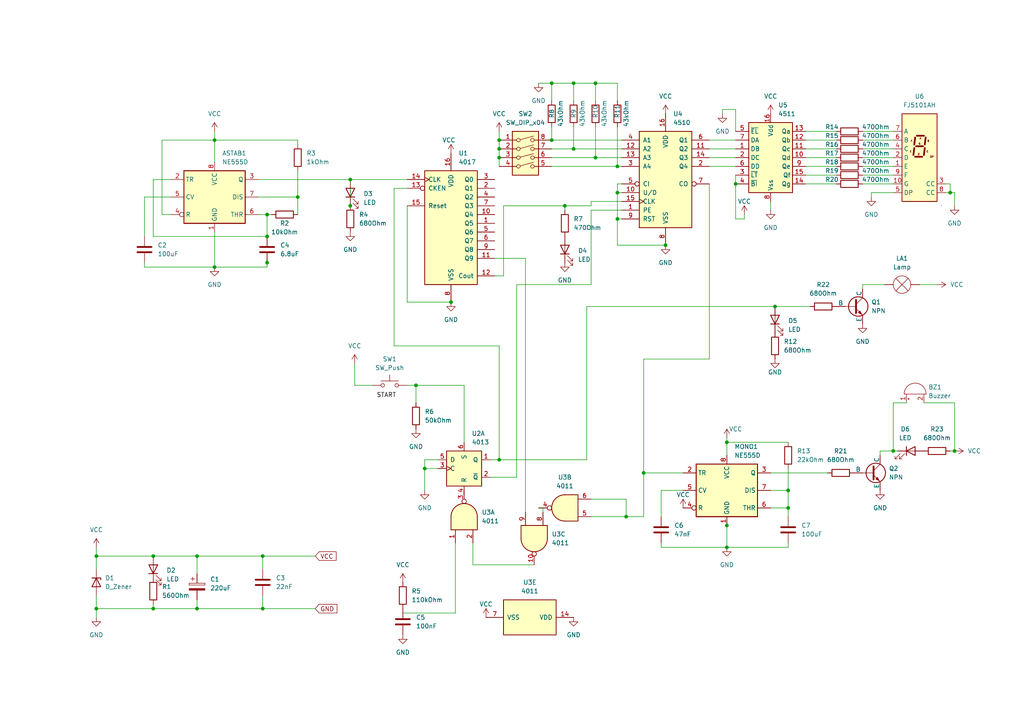
<source format=kicad_sch>
(kicad_sch (version 20230121) (generator eeschema)
  (paper "A4")
  (title_block (title "Timer") (date "2023-12-22") (rev "Chrobot i Klasik") (company "Joanna Chrobot i Joanna Klasik"))
  (lib_symbols
    (symbol "4xxx:4011" (pin_names (offset 1.016))
      (property "Reference" "U" (at 0 1.27 0))
      (property "Value" "4011" (at 0 -1.27 0))
      (symbol "4011_1_1"
        (pin input line (at -7.62 2.54 0) (length 3.81) (name "~") (number "1"))
        (pin input line (at -7.62 -2.54 0) (length 3.81) (name "~") (number "2"))
        (pin output inverted (at 7.62 0 180) (length 3.81) (name "~") (number "3"))
      )
      (symbol "4011_1_2"
        (pin input inverted (at -7.62 2.54 0) (length 4.318) (name "~") (number "1"))
        (pin input inverted (at -7.62 -2.54 0) (length 4.318) (name "~") (number "2"))
        (pin output line (at 7.62 0 180) (length 3.81) (name "~") (number "3"))
      )
      (symbol "4011_2_1"
        (pin output inverted (at 7.62 0 180) (length 3.81) (name "~") (number "4"))
        (pin input line (at -7.62 2.54 0) (length 3.81) (name "~") (number "5"))
        (pin input line (at -7.62 -2.54 0) (length 3.81) (name "~") (number "6"))
      )
      (symbol "4011_2_2"
        (pin output line (at 7.62 0 180) (length 3.81) (name "~") (number "4"))
        (pin input inverted (at -7.62 2.54 0) (length 4.318) (name "~") (number "5"))
        (pin input inverted (at -7.62 -2.54 0) (length 4.318) (name "~") (number "6"))
      )
      (symbol "4011_3_1"
        (pin output inverted (at 7.62 0 180) (length 3.81) (name "~") (number "10"))
        (pin input line (at -7.62 2.54 0) (length 3.81) (name "~") (number "8"))
        (pin input line (at -7.62 -2.54 0) (length 3.81) (name "~") (number "9"))
      )
      (symbol "4011_3_2"
        (pin output line (at 7.62 0 180) (length 3.81) (name "~") (number "10"))
        (pin input inverted (at -7.62 2.54 0) (length 4.318) (name "~") (number "8"))
        (pin input inverted (at -7.62 -2.54 0) (length 4.318) (name "~") (number "9"))
      )
      (symbol "4011_4_1"
        (pin output inverted (at 7.62 0 180) (length 3.81) (name "~") (number "11"))
        (pin input line (at -7.62 2.54 0) (length 3.81) (name "~") (number "12"))
        (pin input line (at -7.62 -2.54 0) (length 3.81) (name "~") (number "13"))
      )
      (symbol "4011_4_2"
        (pin output line (at 7.62 0 180) (length 3.81) (name "~") (number "11"))
        (pin input inverted (at -7.62 2.54 0) (length 4.318) (name "~") (number "12"))
        (pin input inverted (at -7.62 -2.54 0) (length 4.318) (name "~") (number "13"))
      )
      (symbol "4011_5_0"
        (pin power_in line (at 0 12.7 270) (length 5.08) (name "VDD") (number "14"))
        (pin power_in line (at 0 -12.7 90) (length 5.08) (name "VSS") (number "7"))
      )
    )
    (symbol "4xxx:4013" (pin_names (offset 1.016))
      (property "Reference" "U" (at -7.62 8.89 0))
      (property "Value" "4013" (at -7.62 -8.89 0))
      (symbol "4013_1_1"
        (pin output line (at 7.62 2.54 180) (length 2.54) (name "Q") (number "1"))
        (pin output line (at 7.62 -2.54 180) (length 2.54) (name "~{Q}") (number "2"))
        (pin input clock (at -7.62 0 0) (length 2.54) (name "C") (number "3"))
        (pin input line (at 0 -7.62 90) (length 2.54) (name "R") (number "4"))
        (pin input line (at -7.62 2.54 0) (length 2.54) (name "D") (number "5"))
        (pin input line (at 0 7.62 270) (length 2.54) (name "S") (number "6"))
      )
      (symbol "4013_2_1"
        (pin input line (at 0 -7.62 90) (length 2.54) (name "R") (number "10"))
        (pin input clock (at -7.62 0 0) (length 2.54) (name "C") (number "11"))
        (pin output line (at 7.62 -2.54 180) (length 2.54) (name "~{Q}") (number "12"))
        (pin output line (at 7.62 2.54 180) (length 2.54) (name "Q") (number "13"))
        (pin input line (at 0 7.62 270) (length 2.54) (name "S") (number "8"))
        (pin input line (at -7.62 2.54 0) (length 2.54) (name "D") (number "9"))
      )
      (symbol "4013_3_0"
        (pin power_in line (at 0 10.16 270) (length 2.54) (name "VDD") (number "14"))
        (pin power_in line (at 0 -10.16 90) (length 2.54) (name "VSS") (number "7"))
      )
    )
    (symbol "4xxx:4017" (pin_names (offset 1.016))
      (property "Reference" "U" (at -7.62 16.51 0))
      (property "Value" "4017" (at -7.62 -19.05 0))
      (symbol "4017_1_0"
        (pin output line (at 12.7 0 180) (length 5.08) (name "Q5") (number "1"))
        (pin output line (at 12.7 2.54 180) (length 5.08) (name "Q4") (number "10"))
        (pin output line (at 12.7 -10.16 180) (length 5.08) (name "Q9") (number "11"))
        (pin output line (at 12.7 -15.24 180) (length 5.08) (name "Cout") (number "12"))
        (pin input inverted (at -12.7 10.16 0) (length 5.08) (name "CKEN") (number "13"))
        (pin input clock (at -12.7 12.7 0) (length 5.08) (name "CLK") (number "14"))
        (pin input line (at -12.7 5.08 0) (length 5.08) (name "Reset") (number "15"))
        (pin power_in line (at 0 20.32 270) (length 5.08) (name "VDD") (number "16"))
        (pin output line (at 12.7 10.16 180) (length 5.08) (name "Q1") (number "2"))
        (pin output line (at 12.7 12.7 180) (length 5.08) (name "Q0") (number "3"))
        (pin output line (at 12.7 7.62 180) (length 5.08) (name "Q2") (number "4"))
        (pin output line (at 12.7 -2.54 180) (length 5.08) (name "Q6") (number "5"))
        (pin output line (at 12.7 -5.08 180) (length 5.08) (name "Q7") (number "6"))
        (pin output line (at 12.7 5.08 180) (length 5.08) (name "Q3") (number "7"))
        (pin power_in line (at 0 -22.86 90) (length 5.08) (name "VSS") (number "8"))
        (pin output line (at 12.7 -7.62 180) (length 5.08) (name "Q8") (number "9"))
      )
    )
    (symbol "4xxx:4510" (pin_names (offset 1.016))
      (property "Reference" "U" (at -7.62 13.97 0))
      (property "Value" "4510" (at -7.62 -16.51 0))
      (symbol "4510_1_0"
        (pin input line (at -12.7 -10.16 0) (length 5.08) (name "PE") (number "1"))
        (pin input line (at -12.7 -5.08 0) (length 5.08) (name "U/D") (number "10"))
        (pin output line (at 12.7 7.62 180) (length 5.08) (name "Q2") (number "11"))
        (pin input line (at -12.7 7.62 0) (length 5.08) (name "A2") (number "12"))
        (pin input line (at -12.7 5.08 0) (length 5.08) (name "A3") (number "13"))
        (pin output line (at 12.7 5.08 180) (length 5.08) (name "Q3") (number "14"))
        (pin input clock (at -12.7 -7.62 0) (length 5.08) (name "CLK") (number "15"))
        (pin power_in line (at 0 17.78 270) (length 5.08) (name "VDD") (number "16"))
        (pin output line (at 12.7 2.54 180) (length 5.08) (name "Q4") (number "2"))
        (pin input line (at -12.7 2.54 0) (length 5.08) (name "A4") (number "3"))
        (pin input line (at -12.7 10.16 0) (length 5.08) (name "A1") (number "4"))
        (pin input inverted (at -12.7 -2.54 0) (length 5.08) (name "CI") (number "5"))
        (pin output line (at 12.7 10.16 180) (length 5.08) (name "Q1") (number "6"))
        (pin output inverted (at 12.7 -2.54 180) (length 5.08) (name "CO") (number "7"))
        (pin power_in line (at 0 -20.32 90) (length 5.08) (name "VSS") (number "8"))
        (pin input line (at -12.7 -12.7 0) (length 5.08) (name "RST") (number "9"))
      )
    )
    (symbol "4xxx_IEEE:4511"
      (property "Reference" "U" (at 8.89 11.43 0))
      (property "Value" "4511" (at 8.89 -11.43 0))
      (symbol "4511_1_1"
        (pin input line (at -10.16 2.54 0) (length 3.81) (name "DB") (number "1"))
        (pin output line (at 10.16 0 180) (length 3.81) (name "Qd") (number "10"))
        (pin output line (at 10.16 2.54 180) (length 3.81) (name "Qc") (number "11"))
        (pin output line (at 10.16 5.08 180) (length 3.81) (name "Qb") (number "12"))
        (pin output line (at 10.16 7.62 180) (length 3.81) (name "Qa") (number "13"))
        (pin output line (at 10.16 -7.62 180) (length 3.81) (name "Qg") (number "14"))
        (pin output line (at 10.16 -5.08 180) (length 3.81) (name "Qf") (number "15"))
        (pin power_in line (at 0 12.7 270) (length 2.54) (name "Vdd") (number "16"))
        (pin input line (at -10.16 0 0) (length 3.81) (name "DC") (number "2"))
        (pin input line (at -10.16 -5.08 0) (length 3.81) (name "~{LT}") (number "3"))
        (pin input line (at -10.16 -7.62 0) (length 3.81) (name "~{BI}") (number "4"))
        (pin input line (at -10.16 7.62 0) (length 3.81) (name "~{EL}") (number "5"))
        (pin input line (at -10.16 -2.54 0) (length 3.81) (name "DD") (number "6"))
        (pin input line (at -10.16 5.08 0) (length 3.81) (name "DA") (number "7"))
        (pin power_in line (at 0 -12.7 90) (length 2.54) (name "Vss") (number "8"))
        (pin output line (at 10.16 -2.54 180) (length 3.81) (name "Qe") (number "9"))
      )
    )
    (symbol "Device:Buzzer" (pin_names (offset 0.0254) hide)
      (property "Reference" "BZ" (at 3.81 1.27 0))
      (property "Value" "Buzzer" (at 3.81 -1.27 0))
      (symbol "Buzzer_1_1"
        (pin passive line (at -2.54 2.54 0) (length 2.54) (name "-") (number "1"))
        (pin passive line (at -2.54 -2.54 0) (length 2.54) (name "+") (number "2"))
      )
    )
    (symbol "Device:C" (pin_numbers hide) (pin_names (offset 0.254))
      (property "Reference" "C" (at 0.635 2.54 0))
      (property "Value" "C" (at 0.635 -2.54 0))
      (symbol "C_1_1"
        (pin passive line (at 0 3.81 270) (length 2.794) (name "~") (number "1"))
        (pin passive line (at 0 -3.81 90) (length 2.794) (name "~") (number "2"))
      )
    )
    (symbol "Device:C_Polarized" (pin_numbers hide) (pin_names (offset 0.254))
      (property "Reference" "C" (at 0.635 2.54 0))
      (property "Value" "C_Polarized" (at 0.635 -2.54 0))
      (symbol "C_Polarized_1_1"
        (pin passive line (at 0 3.81 270) (length 2.794) (name "~") (number "1"))
        (pin passive line (at 0 -3.81 90) (length 2.794) (name "~") (number "2"))
      )
    )
    (symbol "Device:D_Zener" (pin_numbers hide) (pin_names (offset 1.016) hide)
      (property "Reference" "D" (at 0 2.54 0))
      (property "Value" "D_Zener" (at 0 -2.54 0))
      (symbol "D_Zener_1_1"
        (pin passive line (at -3.81 0 0) (length 2.54) (name "K") (number "1"))
        (pin passive line (at 3.81 0 180) (length 2.54) (name "A") (number "2"))
      )
    )
    (symbol "Device:LED" (pin_numbers hide) (pin_names (offset 1.016) hide)
      (property "Reference" "D" (at 0 2.54 0))
      (property "Value" "LED" (at 0 -2.54 0))
      (symbol "LED_1_1"
        (pin passive line (at -3.81 0 0) (length 2.54) (name "K") (number "1"))
        (pin passive line (at 3.81 0 180) (length 2.54) (name "A") (number "2"))
      )
    )
    (symbol "Device:Lamp" (pin_numbers hide) (pin_names (offset 0.0254) hide)
      (property "Reference" "LA" (at 0.635 3.81 0))
      (property "Value" "Lamp" (at 0.635 -3.81 0))
      (symbol "Lamp_1_1"
        (pin passive line (at 0 -5.08 90) (length 2.54) (name "-") (number "1"))
        (pin passive line (at 0 5.08 270) (length 2.54) (name "+") (number "2"))
      )
    )
    (symbol "Device:R" (pin_numbers hide) (pin_names (offset 0))
      (property "Reference" "R" (at 2.032 0 90))
      (property "Value" "R" (at 0 0 90))
      (symbol "R_1_1"
        (pin passive line (at 0 3.81 270) (length 1.27) (name "~") (number "1"))
        (pin passive line (at 0 -3.81 90) (length 1.27) (name "~") (number "2"))
      )
    )
    (symbol "Display_Character:D1X8K-14BL"
      (property "Reference" "U" (at -2.54 13.97 0))
      (property "Value" "D1X8K-14BL" (at 1.27 13.97 0))
      (symbol "D1X8K-14BL_0_0"
        (text "A" (at 0.254 5.588 0) (effects (font (size 0.508 0.508))))
        (text "B" (at 2.54 4.826 0) (effects (font (size 0.508 0.508))))
        (text "C" (at 2.286 1.778 0) (effects (font (size 0.508 0.508))))
        (text "D" (at -0.254 1.016 0) (effects (font (size 0.508 0.508))))
        (text "DP" (at 3.556 0.254 0) (effects (font (size 0.508 0.508))))
        (text "E" (at -2.54 1.778 0) (effects (font (size 0.508 0.508))))
        (text "F" (at -2.286 4.826 0) (effects (font (size 0.508 0.508))))
        (text "G" (at 0 4.064 0) (effects (font (size 0.508 0.508))))
      )
      (symbol "D1X8K-14BL_1_1"
        (pin input line (at -7.62 -2.54 0) (length 2.54) (name "E") (number "1"))
        (pin input line (at -7.62 -7.62 0) (length 2.54) (name "G") (number "10"))
        (pin input line (at -7.62 0 0) (length 2.54) (name "D") (number "2"))
        (pin input line (at 7.62 -7.62 180) (length 2.54) (name "CC") (number "3"))
        (pin input line (at -7.62 2.54 0) (length 2.54) (name "C") (number "4"))
        (pin input line (at -7.62 -10.16 0) (length 2.54) (name "DP") (number "5"))
        (pin input line (at -7.62 5.08 0) (length 2.54) (name "B") (number "6"))
        (pin input line (at -7.62 7.62 0) (length 2.54) (name "A") (number "7"))
        (pin input line (at 7.62 -10.16 180) (length 2.54) (name "CC") (number "8"))
        (pin input line (at -7.62 -5.08 0) (length 2.54) (name "F") (number "9"))
      )
    )
    (symbol "Simulation_SPICE:NPN" (pin_numbers hide) (pin_names (offset 0))
      (property "Reference" "Q" (at -2.54 7.62 0))
      (property "Value" "NPN" (at -2.54 5.08 0))
      (symbol "NPN_1_1"
        (pin open_collector line (at 2.54 5.08 270) (length 2.54) (name "C") (number "1"))
        (pin input line (at -5.08 0 0) (length 2.54) (name "B") (number "2"))
        (pin open_emitter line (at 2.54 -5.08 90) (length 2.54) (name "E") (number "3"))
      )
    )
    (symbol "Switch:SW_DIP_x04" (pin_names (offset 0) hide)
      (property "Reference" "SW" (at 0 8.89 0))
      (property "Value" "SW_DIP_x04" (at 0 -6.35 0))
      (symbol "SW_DIP_x04_1_1"
        (pin passive line (at -7.62 5.08 0) (length 5.08) (name "~") (number "1"))
        (pin passive line (at -7.62 2.54 0) (length 5.08) (name "~") (number "2"))
        (pin passive line (at -7.62 0 0) (length 5.08) (name "~") (number "3"))
        (pin passive line (at -7.62 -2.54 0) (length 5.08) (name "~") (number "4"))
        (pin passive line (at 7.62 -2.54 180) (length 5.08) (name "~") (number "5"))
        (pin passive line (at 7.62 0 180) (length 5.08) (name "~") (number "6"))
        (pin passive line (at 7.62 2.54 180) (length 5.08) (name "~") (number "7"))
        (pin passive line (at 7.62 5.08 180) (length 5.08) (name "~") (number "8"))
      )
    )
    (symbol "Switch:SW_Push" (pin_numbers hide) (pin_names (offset 1.016) hide)
      (property "Reference" "SW" (at 1.27 2.54 0))
      (property "Value" "SW_Push" (at 0 -1.524 0))
      (symbol "SW_Push_0_1"
        (pin passive line (at -5.08 0 0) (length 2.54) (name "1") (number "1"))
        (pin passive line (at 5.08 0 180) (length 2.54) (name "2") (number "2"))
      )
    )
    (symbol "Timer:NE555D"
      (property "Reference" "U" (at -10.16 8.89 0))
      (property "Value" "NE555D" (at 2.54 8.89 0))
      (symbol "NE555D_0_0"
        (pin power_in line (at 0 -10.16 90) (length 2.54) (name "GND") (number "1"))
        (pin power_in line (at 0 10.16 270) (length 2.54) (name "VCC") (number "8"))
      )
      (symbol "NE555D_1_1"
        (pin input line (at -12.7 5.08 0) (length 3.81) (name "TR") (number "2"))
        (pin output line (at 12.7 5.08 180) (length 3.81) (name "Q") (number "3"))
        (pin input inverted (at -12.7 -5.08 0) (length 3.81) (name "R") (number "4"))
        (pin input line (at -12.7 0 0) (length 3.81) (name "CV") (number "5"))
        (pin input line (at 12.7 -5.08 180) (length 3.81) (name "THR") (number "6"))
        (pin input line (at 12.7 0 180) (length 3.81) (name "DIS") (number "7"))
      )
    )
    (symbol "power:GND" (power) (pin_names (offset 0))
      (property "Value" "GND" (at 0 -3.81 0))
      (symbol "GND_1_1"
        (pin power_in line (at 0 0 270) (length 0) hide (name "GND") (number "1"))
      )
    )
    (symbol "power:VCC" (power) (pin_names (offset 0))
      (property "Value" "VCC" (at 0 3.81 0))
      (symbol "VCC_1_1"
        (pin power_in line (at 0 0 90) (length 0) hide (name "VCC") (number "1"))
      )
    )
  )
  (junction (at 44.45 161.29))
  (junction (at 77.47 76.2))
  (junction (at 77.47 68.58))
  (junction (at 186.69 137.16))
  (junction (at 144.78 40.64))
  (junction (at 228.6 147.32))
  (junction (at 76.2 161.29))
  (junction (at 57.15 176.53))
  (junction (at 259.08 130.81))
  (junction (at 179.07 48.26))
  (junction (at 224.79 88.9))
  (junction (at 144.78 43.18))
  (junction (at 144.78 133.35))
  (junction (at 210.82 152.4))
  (junction (at 62.23 40.64))
  (junction (at 44.45 176.53))
  (junction (at 101.6 59.69))
  (junction (at 27.94 176.53))
  (junction (at 210.82 158.75))
  (junction (at 213.36 53.34))
  (junction (at 130.81 87.63))
  (junction (at 179.07 55.88))
  (junction (at 123.19 135.89))
  (junction (at 210.82 128.27))
  (junction (at 57.15 161.29))
  (junction (at 27.94 161.29))
  (junction (at 160.02 40.64))
  (junction (at 179.07 63.5))
  (junction (at 172.72 24.13))
  (junction (at 172.72 45.72))
  (junction (at 101.6 52.07))
  (junction (at 76.2 176.53))
  (junction (at 228.6 142.24))
  (junction (at 144.78 45.72))
  (junction (at 86.36 57.15))
  (junction (at 160.02 24.13))
  (junction (at 163.83 59.69))
  (junction (at 181.61 149.86))
  (junction (at 193.04 71.12))
  (junction (at 275.59 55.88))
  (junction (at 62.23 77.47))
  (junction (at 276.86 130.81))
  (junction (at 77.47 62.23))
  (junction (at 120.65 111.76))
  (junction (at 166.37 24.13))
  (junction (at 166.37 43.18))
  (wire (pts (xy 154.94 163.83) (xy 137.16 163.83)))
  (wire (pts (xy 179.07 63.5) (xy 180.34 63.5)))
  (wire (pts (xy 228.6 157.48) (xy 228.6 158.75)))
  (wire (pts (xy 198.12 142.24) (xy 191.77 142.24)))
  (wire (pts (xy 118.11 87.63) (xy 130.81 87.63)))
  (wire (pts (xy 255.27 132.08) (xy 255.27 130.81)))
  (wire (pts (xy 27.94 176.53) (xy 27.94 179.07)))
  (wire (pts (xy 123.19 135.89) (xy 123.19 142.24)))
  (wire (pts (xy 233.68 43.18) (xy 242.57 43.18)))
  (wire (pts (xy 250.19 43.18) (xy 259.08 43.18)))
  (wire (pts (xy 186.69 137.16) (xy 198.12 137.16)))
  (wire (pts (xy 259.08 130.81) (xy 260.35 130.81)))
  (wire (pts (xy 179.07 55.88) (xy 180.34 55.88)))
  (wire (pts (xy 44.45 68.58) (xy 77.47 68.58)))
  (wire (pts (xy 259.08 116.84) (xy 259.08 130.81)))
  (wire (pts (xy 146.05 80.01) (xy 146.05 59.69)))
  (wire (pts (xy 223.52 137.16) (xy 240.03 137.16)))
  (wire (pts (xy 120.65 111.76) (xy 134.62 111.76)))
  (wire (pts (xy 233.68 45.72) (xy 242.57 45.72)))
  (wire (pts (xy 149.86 82.55) (xy 171.45 82.55)))
  (wire (pts (xy 76.2 161.29) (xy 76.2 165.1)))
  (wire (pts (xy 255.27 130.81) (xy 259.08 130.81)))
  (wire (pts (xy 191.77 157.48) (xy 191.77 158.75)))
  (wire (pts (xy 228.6 147.32) (xy 228.6 149.86)))
  (wire (pts (xy 86.36 49.53) (xy 86.36 57.15)))
  (wire (pts (xy 144.78 45.72) (xy 144.78 43.18)))
  (wire (pts (xy 44.45 176.53) (xy 57.15 176.53)))
  (wire (pts (xy 143.51 74.93) (xy 152.4 74.93)))
  (wire (pts (xy 210.82 158.75) (xy 228.6 158.75)))
  (wire (pts (xy 171.45 144.78) (xy 181.61 144.78)))
  (wire (pts (xy 144.78 133.35) (xy 170.18 133.35)))
  (wire (pts (xy 160.02 48.26) (xy 179.07 48.26)))
  (wire (pts (xy 74.93 62.23) (xy 77.47 62.23)))
  (wire (pts (xy 276.86 116.84) (xy 276.86 130.81)))
  (wire (pts (xy 152.4 74.93) (xy 152.4 148.59)))
  (wire (pts (xy 172.72 24.13) (xy 179.07 24.13)))
  (wire (pts (xy 160.02 24.13) (xy 160.02 29.21)))
  (wire (pts (xy 210.82 152.4) (xy 210.82 158.75)))
  (wire (pts (xy 127 133.35) (xy 123.19 133.35)))
  (wire (pts (xy 144.78 43.18) (xy 144.78 40.64)))
  (wire (pts (xy 102.87 105.41) (xy 102.87 111.76)))
  (wire (pts (xy 27.94 176.53) (xy 44.45 176.53)))
  (wire (pts (xy 213.36 38.1) (xy 213.36 31.75)))
  (wire (pts (xy 274.32 55.88) (xy 275.59 55.88)))
  (wire (pts (xy 259.08 116.84) (xy 262.89 116.84)))
  (wire (pts (xy 62.23 40.64) (xy 62.23 46.99)))
  (wire (pts (xy 160.02 40.64) (xy 180.34 40.64)))
  (wire (pts (xy 171.45 82.55) (xy 171.45 60.96)))
  (wire (pts (xy 46.99 62.23) (xy 49.53 62.23)))
  (wire (pts (xy 149.86 82.55) (xy 149.86 138.43)))
  (wire (pts (xy 205.74 43.18) (xy 213.36 43.18)))
  (wire (pts (xy 205.74 53.34) (xy 205.74 104.14)))
  (wire (pts (xy 27.94 165.1) (xy 27.94 161.29)))
  (wire (pts (xy 57.15 176.53) (xy 57.15 173.99)))
  (wire (pts (xy 213.36 31.75) (xy 209.55 31.75)))
  (wire (pts (xy 179.07 29.21) (xy 179.07 24.13)))
  (wire (pts (xy 275.59 53.34) (xy 275.59 55.88)))
  (wire (pts (xy 44.45 161.29) (xy 27.94 161.29)))
  (wire (pts (xy 116.84 177.8) (xy 132.08 177.8)))
  (wire (pts (xy 186.69 137.16) (xy 186.69 149.86)))
  (wire (pts (xy 210.82 151.13) (xy 210.82 152.4)))
  (wire (pts (xy 57.15 161.29) (xy 76.2 161.29)))
  (wire (pts (xy 166.37 24.13) (xy 166.37 29.21)))
  (wire (pts (xy 179.07 53.34) (xy 180.34 53.34)))
  (wire (pts (xy 57.15 161.29) (xy 44.45 161.29)))
  (wire (pts (xy 160.02 45.72) (xy 172.72 45.72)))
  (wire (pts (xy 157.48 147.32) (xy 156.21 147.32)))
  (wire (pts (xy 62.23 38.1) (xy 62.23 40.64)))
  (wire (pts (xy 49.53 52.07) (xy 44.45 52.07)))
  (wire (pts (xy 41.91 57.15) (xy 41.91 68.58)))
  (wire (pts (xy 266.7 82.55) (xy 271.78 82.55)))
  (wire (pts (xy 163.83 59.69) (xy 171.45 59.69)))
  (wire (pts (xy 191.77 142.24) (xy 191.77 149.86)))
  (wire (pts (xy 209.55 31.75) (xy 209.55 33.02)))
  (wire (pts (xy 44.45 175.26) (xy 44.45 176.53)))
  (wire (pts (xy 181.61 149.86) (xy 186.69 149.86)))
  (wire (pts (xy 160.02 24.13) (xy 166.37 24.13)))
  (wire (pts (xy 86.36 57.15) (xy 86.36 62.23)))
  (wire (pts (xy 157.48 148.59) (xy 157.48 147.32)))
  (wire (pts (xy 123.19 135.89) (xy 127 135.89)))
  (wire (pts (xy 120.65 111.76) (xy 120.65 116.84)))
  (wire (pts (xy 171.45 149.86) (xy 181.61 149.86)))
  (wire (pts (xy 172.72 36.83) (xy 172.72 45.72)))
  (wire (pts (xy 276.86 55.88) (xy 276.86 59.69)))
  (wire (pts (xy 210.82 127) (xy 210.82 128.27)))
  (wire (pts (xy 76.2 172.72) (xy 76.2 176.53)))
  (wire (pts (xy 102.87 111.76) (xy 107.95 111.76)))
  (wire (pts (xy 27.94 172.72) (xy 27.94 176.53)))
  (wire (pts (xy 205.74 45.72) (xy 213.36 45.72)))
  (wire (pts (xy 250.19 83.82) (xy 250.19 82.55)))
  (wire (pts (xy 146.05 59.69) (xy 163.83 59.69)))
  (wire (pts (xy 250.19 48.26) (xy 259.08 48.26)))
  (wire (pts (xy 166.37 43.18) (xy 180.34 43.18)))
  (wire (pts (xy 132.08 177.8) (xy 132.08 157.48)))
  (wire (pts (xy 205.74 48.26) (xy 213.36 48.26)))
  (wire (pts (xy 181.61 144.78) (xy 181.61 149.86)))
  (wire (pts (xy 41.91 57.15) (xy 49.53 57.15)))
  (wire (pts (xy 134.62 111.76) (xy 134.62 128.27)))
  (wire (pts (xy 74.93 57.15) (xy 86.36 57.15)))
  (wire (pts (xy 170.18 88.9) (xy 224.79 88.9)))
  (wire (pts (xy 144.78 100.33) (xy 144.78 133.35)))
  (wire (pts (xy 250.19 38.1) (xy 259.08 38.1)))
  (wire (pts (xy 233.68 48.26) (xy 242.57 48.26)))
  (wire (pts (xy 166.37 36.83) (xy 166.37 43.18)))
  (wire (pts (xy 142.24 133.35) (xy 144.78 133.35)))
  (wire (pts (xy 179.07 36.83) (xy 179.07 48.26)))
  (wire (pts (xy 172.72 45.72) (xy 180.34 45.72)))
  (wire (pts (xy 252.73 55.88) (xy 252.73 57.15)))
  (wire (pts (xy 179.07 48.26) (xy 180.34 48.26)))
  (wire (pts (xy 144.78 40.64) (xy 144.78 38.1)))
  (wire (pts (xy 275.59 130.81) (xy 276.86 130.81)))
  (wire (pts (xy 179.07 63.5) (xy 179.07 55.88)))
  (wire (pts (xy 62.23 77.47) (xy 77.47 77.47)))
  (wire (pts (xy 228.6 135.89) (xy 228.6 142.24)))
  (wire (pts (xy 123.19 133.35) (xy 123.19 135.89)))
  (wire (pts (xy 250.19 40.64) (xy 259.08 40.64)))
  (wire (pts (xy 163.83 60.96) (xy 163.83 59.69)))
  (wire (pts (xy 86.36 40.64) (xy 86.36 41.91)))
  (wire (pts (xy 267.97 116.84) (xy 276.86 116.84)))
  (wire (pts (xy 114.3 100.33) (xy 144.78 100.33)))
  (wire (pts (xy 250.19 45.72) (xy 259.08 45.72)))
  (wire (pts (xy 274.32 53.34) (xy 275.59 53.34)))
  (wire (pts (xy 205.74 104.14) (xy 186.69 104.14)))
  (wire (pts (xy 233.68 38.1) (xy 242.57 38.1)))
  (wire (pts (xy 186.69 104.14) (xy 186.69 137.16)))
  (wire (pts (xy 171.45 60.96) (xy 180.34 60.96)))
  (wire (pts (xy 62.23 40.64) (xy 86.36 40.64)))
  (wire (pts (xy 250.19 82.55) (xy 256.54 82.55)))
  (wire (pts (xy 77.47 76.2) (xy 77.47 77.47)))
  (wire (pts (xy 213.36 63.5) (xy 215.9 63.5)))
  (wire (pts (xy 118.11 59.69) (xy 118.11 87.63)))
  (wire (pts (xy 160.02 36.83) (xy 160.02 40.64)))
  (wire (pts (xy 250.19 53.34) (xy 259.08 53.34)))
  (wire (pts (xy 224.79 88.9) (xy 234.95 88.9)))
  (wire (pts (xy 144.78 48.26) (xy 144.78 45.72)))
  (wire (pts (xy 191.77 158.75) (xy 210.82 158.75)))
  (wire (pts (xy 41.91 77.47) (xy 41.91 76.2)))
  (wire (pts (xy 118.11 111.76) (xy 120.65 111.76)))
  (wire (pts (xy 118.11 54.61) (xy 114.3 54.61)))
  (wire (pts (xy 275.59 55.88) (xy 276.86 55.88)))
  (wire (pts (xy 233.68 40.64) (xy 242.57 40.64)))
  (wire (pts (xy 223.52 147.32) (xy 228.6 147.32)))
  (wire (pts (xy 101.6 59.69) (xy 101.6 52.07)))
  (wire (pts (xy 170.18 88.9) (xy 170.18 133.35)))
  (wire (pts (xy 156.21 24.13) (xy 160.02 24.13)))
  (wire (pts (xy 76.2 176.53) (xy 91.44 176.53)))
  (wire (pts (xy 213.36 50.8) (xy 213.36 53.34)))
  (wire (pts (xy 57.15 176.53) (xy 76.2 176.53)))
  (wire (pts (xy 228.6 142.24) (xy 228.6 147.32)))
  (wire (pts (xy 233.68 50.8) (xy 242.57 50.8)))
  (wire (pts (xy 62.23 67.31) (xy 62.23 77.47)))
  (wire (pts (xy 46.99 40.64) (xy 62.23 40.64)))
  (wire (pts (xy 213.36 53.34) (xy 213.36 63.5)))
  (wire (pts (xy 233.68 53.34) (xy 242.57 53.34)))
  (wire (pts (xy 250.19 50.8) (xy 259.08 50.8)))
  (wire (pts (xy 172.72 29.21) (xy 172.72 24.13)))
  (wire (pts (xy 179.07 71.12) (xy 193.04 71.12)))
  (wire (pts (xy 205.74 40.64) (xy 213.36 40.64)))
  (wire (pts (xy 57.15 166.37) (xy 57.15 161.29)))
  (wire (pts (xy 223.52 58.42) (xy 223.52 60.96)))
  (wire (pts (xy 142.24 138.43) (xy 149.86 138.43)))
  (wire (pts (xy 134.62 143.51) (xy 134.62 142.24)))
  (wire (pts (xy 215.9 62.23) (xy 215.9 63.5)))
  (wire (pts (xy 171.45 58.42) (xy 180.34 58.42)))
  (wire (pts (xy 259.08 55.88) (xy 252.73 55.88)))
  (wire (pts (xy 74.93 52.07) (xy 101.6 52.07)))
  (wire (pts (xy 77.47 62.23) (xy 77.47 68.58)))
  (wire (pts (xy 143.51 80.01) (xy 146.05 80.01)))
  (wire (pts (xy 157.48 43.18) (xy 166.37 43.18)))
  (wire (pts (xy 166.37 24.13) (xy 172.72 24.13)))
  (wire (pts (xy 179.07 55.88) (xy 179.07 53.34)))
  (wire (pts (xy 44.45 52.07) (xy 44.45 68.58)))
  (wire (pts (xy 114.3 54.61) (xy 114.3 100.33)))
  (wire (pts (xy 137.16 157.48) (xy 137.16 163.83)))
  (wire (pts (xy 46.99 40.64) (xy 46.99 62.23)))
  (wire (pts (xy 223.52 142.24) (xy 228.6 142.24)))
  (wire (pts (xy 171.45 59.69) (xy 171.45 58.42)))
  (wire (pts (xy 101.6 52.07) (xy 118.11 52.07)))
  (wire (pts (xy 77.47 62.23) (xy 78.74 62.23)))
  (wire (pts (xy 210.82 128.27) (xy 228.6 128.27)))
  (wire (pts (xy 76.2 161.29) (xy 91.44 161.29)))
  (wire (pts (xy 179.07 71.12) (xy 179.07 63.5)))
  (wire (pts (xy 77.47 74.93) (xy 77.47 76.2)))
  (wire (pts (xy 27.94 158.75) (xy 27.94 161.29)))
  (wire (pts (xy 210.82 128.27) (xy 210.82 132.08)))
  (wire (pts (xy 41.91 77.47) (xy 62.23 77.47)))
  (wire (pts (xy 157.48 40.64) (xy 160.02 40.64)))
  (rectangle (start 273.05 59.69) (end 273.05 59.69))
  (label "START" (at 109.22 115.57 0))
  (global_label "GND" (shape input) (at 91.44 176.53 0) (property "Intersheetrefs" "${INTERSHEET_REFS}" (effects hide)))
  (global_label "VCC" (shape input) (at 91.44 161.29 0) (property "Intersheetrefs" "${INTERSHEET_REFS}" (effects hide)))
  (symbol (lib_id "Device:R") (at 172.72 33.02 0) (unit 1)
    (property "Reference" "R10" (at 172.72 34.29 90) (effects (justify left)))
    (property "Value" "43kOhm" (at 175.26 36.83 90) (effects (justify left)))
    (property "Footprint" "Resistor_THT:R_Axial_DIN0309_L9.0mm_D3.2mm_P12.70mm_Horizontal" (effects hide))
  )
  (symbol (lib_id "power:VCC") (at 223.52 33.02 0) (unit 1)
    (property "Reference" "#PWR023" (effects hide))
    (property "Value" "VCC" (at 223.52 27.94 0))
  )
  (symbol (lib_id "power:VCC") (at 140.97 179.07 0) (unit 1)
    (property "Reference" "#PWR033" (effects hide))
    (property "Value" "VCC" (at 140.97 175.26 0))
  )
  (symbol (lib_id "Device:C") (at 77.47 72.39 0) (unit 1)
    (property "Reference" "C4" (at 81.28 71.12 0) (effects (justify left)))
    (property "Value" "6.8uF" (at 81.28 73.66 0) (effects (justify left)))
    (property "Footprint" "Capacitor_THT:C_Rect_L7.0mm_W3.5mm_P5.00mm" (effects hide))
  )
  (symbol (lib_id "power:GND") (at 116.84 184.15 0) (unit 1)
    (property "Reference" "#PWR09" (effects hide))
    (property "Value" "GND" (at 116.84 189.23 0))
  )
  (symbol (lib_id "power:GND") (at 27.94 179.07 0) (unit 1)
    (property "Reference" "#PWR02" (effects hide))
    (property "Value" "GND" (at 27.94 184.15 0))
  )
  (symbol (lib_id "Device:R") (at 224.79 100.33 180) (unit 1)
    (property "Reference" "R12" (at 227.33 99.06 0) (effects (justify right)))
    (property "Value" "680Ohm" (at 227.33 101.6 0) (effects (justify right)))
    (property "Footprint" "Resistor_THT:R_Axial_DIN0207_L6.3mm_D2.5mm_P10.16mm_Horizontal" (effects hide))
  )
  (symbol (lib_id "Device:R") (at 82.55 62.23 270) (unit 1)
    (property "Reference" "R2" (at 82.55 64.77 90))
    (property "Value" "10kOhm" (at 82.55 67.31 90))
    (property "Footprint" "Resistor_THT:R_Axial_DIN0309_L9.0mm_D3.2mm_P12.70mm_Horizontal" (effects hide))
  )
  (symbol (lib_id "Device:C") (at 191.77 153.67 0) (unit 1)
    (property "Reference" "C6" (at 195.58 152.4 0) (effects (justify left)))
    (property "Value" "47nF" (at 195.58 154.94 0) (effects (justify left)))
    (property "Footprint" "Capacitor_THT:C_Disc_D3.0mm_W1.6mm_P2.50mm" (effects hide))
  )
  (symbol (lib_id "Timer:NE555D") (at 210.82 142.24 0) (unit 1)
    (property "Reference" "MONO1" (at 213.0141 129.54 0) (effects (justify left)))
    (property "Value" "NE555D" (at 213.0141 132.08 0) (effects (justify left)))
    (property "Footprint" "Package_SO:SOIC-8_3.9x4.9mm_P1.27mm" (effects hide))
    (property "Datasheet" "http://www.ti.com/lit/ds/symlink/ne555.pdf" (effects hide))
  )
  (symbol (lib_id "Device:R") (at 243.84 137.16 90) (unit 1)
    (property "Reference" "R21" (at 243.84 130.81 90))
    (property "Value" "680Ohm" (at 243.84 133.35 90))
    (property "Footprint" "Resistor_THT:R_Axial_DIN0207_L6.3mm_D2.5mm_P10.16mm_Horizontal" (effects hide))
  )
  (symbol (lib_id "Timer:NE555D") (at 62.23 57.15 0) (unit 1)
    (property "Reference" "ASTAB1" (at 64.4241 44.45 0) (effects (justify left)))
    (property "Value" "NE555D" (at 64.4241 46.99 0) (effects (justify left)))
    (property "Footprint" "Package_SO:SOIC-8_3.9x4.9mm_P1.27mm" (effects hide))
    (property "Datasheet" "http://www.ti.com/lit/ds/symlink/ne555.pdf" (effects hide))
  )
  (symbol (lib_id "Device:R") (at 160.02 33.02 0) (unit 1)
    (property "Reference" "R8" (at 160.02 34.29 90) (effects (justify left)))
    (property "Value" "43kOhm" (at 162.56 36.83 90) (effects (justify left)))
    (property "Footprint" "Resistor_THT:R_Axial_DIN0309_L9.0mm_D3.2mm_P12.70mm_Horizontal" (effects hide))
  )
  (symbol (lib_id "Device:R") (at 246.38 45.72 90) (unit 1)
    (property "Reference" "R17" (at 241.3 44.45 90))
    (property "Value" "470Ohm" (at 254 44.45 90))
    (property "Footprint" "Resistor_THT:R_Axial_DIN0207_L6.3mm_D2.5mm_P10.16mm_Horizontal" (effects hide))
  )
  (symbol (lib_id "power:VCC") (at 62.23 38.1 0) (unit 1)
    (property "Reference" "#PWR04" (effects hide))
    (property "Value" "VCC" (at 62.23 33.02 0))
  )
  (symbol (lib_id "4xxx:4017") (at 130.81 64.77 0) (unit 1)
    (property "Reference" "U1" (at 133.0041 44.45 0) (effects (justify left)))
    (property "Value" "4017" (at 133.0041 46.99 0) (effects (justify left)))
    (property "Footprint" "Package_DIP:DIP-16_W10.16mm" (effects hide))
    (property "Datasheet" "http://www.intersil.com/content/dam/Intersil/documents/cd40/cd4017bms-22bms.pdf" (effects hide))
  )
  (symbol (lib_id "power:GND") (at 252.73 57.15 0) (unit 1)
    (property "Reference" "#PWR025" (effects hide))
    (property "Value" "GND" (at 252.73 62.23 0))
  )
  (symbol (lib_id "power:GND") (at 250.19 93.98 0) (unit 1)
    (property "Reference" "#PWR026" (effects hide))
    (property "Value" "GND" (at 250.19 99.06 0))
  )
  (symbol (lib_id "power:VCC") (at 130.81 44.45 0) (unit 1)
    (property "Reference" "#PWR011" (effects hide))
    (property "Value" "VCC" (at 128.27 40.64 0) (effects (justify left)))
  )
  (symbol (lib_id "power:GND") (at 210.82 158.75 0) (unit 1)
    (property "Reference" "#PWR021" (effects hide))
    (property "Value" "GND" (at 210.82 163.83 0))
  )
  (symbol (lib_id "power:GND") (at 276.86 59.69 0) (unit 1)
    (property "Reference" "#PWR028" (effects hide))
    (property "Value" "GND" (at 276.86 64.77 0))
  )
  (symbol (lib_id "Device:C") (at 116.84 180.34 0) (unit 1)
    (property "Reference" "C5" (at 120.65 179.07 0) (effects (justify left)))
    (property "Value" "100nF" (at 120.65 181.61 0) (effects (justify left)))
    (property "Footprint" "Capacitor_THT:C_Rect_L4.6mm_W2.0mm_P2.50mm_MKS02_FKP02" (effects hide))
  )
  (symbol (lib_id "Device:LED") (at 264.16 130.81 0) (unit 1)
    (property "Reference" "D6" (at 262.5725 124.46 0))
    (property "Value" "LED" (at 262.5725 127 0))
    (property "Footprint" "LED_THT:LED_D5.0mm_Clear" (effects hide))
  )
  (symbol (lib_id "4xxx:4011") (at 153.67 179.07 270) (unit 5)
    (property "Reference" "U3" (at 153.67 168.91 90))
    (property "Value" "4011" (at 153.67 171.45 90))
    (property "Footprint" "Package_DIP:DIP-14_W7.62mm" (effects hide))
    (property "Datasheet" "http://www.intersil.com/content/dam/Intersil/documents/cd40/cd4011bms-12bms-23bms.pdf" (effects hide))
  )
  (symbol (lib_id "Device:C") (at 41.91 72.39 0) (unit 1)
    (property "Reference" "C2" (at 45.72 71.12 0) (effects (justify left)))
    (property "Value" "100uF" (at 45.72 73.66 0) (effects (justify left)))
    (property "Footprint" "Capacitor_THT:C_Disc_D5.0mm_W2.5mm_P5.00mm" (effects hide))
  )
  (symbol (lib_id "Device:R") (at 166.37 33.02 0) (unit 1)
    (property "Reference" "R9" (at 166.37 34.29 90) (effects (justify left)))
    (property "Value" "43kOhm" (at 168.91 36.83 90) (effects (justify left)))
    (property "Footprint" "Resistor_THT:R_Axial_DIN0309_L9.0mm_D3.2mm_P12.70mm_Horizontal" (effects hide))
  )
  (symbol (lib_id "Device:R") (at 246.38 43.18 90) (unit 1)
    (property "Reference" "R16" (at 241.3 41.91 90))
    (property "Value" "470Ohm" (at 254 41.91 90))
    (property "Footprint" "Resistor_THT:R_Axial_DIN0207_L6.3mm_D2.5mm_P10.16mm_Horizontal" (effects hide))
  )
  (symbol (lib_id "power:VCC") (at 271.78 82.55 270) (unit 1)
    (property "Reference" "#PWR029" (effects hide))
    (property "Value" "VCC" (at 275.59 82.55 90) (effects (justify left)))
  )
  (symbol (lib_id "Device:R") (at 228.6 132.08 0) (unit 1)
    (property "Reference" "R13" (at 231.14 130.81 0) (effects (justify left)))
    (property "Value" "22kOhm" (at 231.14 133.35 0) (effects (justify left)))
    (property "Footprint" "Resistor_THT:R_Axial_DIN0309_L9.0mm_D3.2mm_P12.70mm_Horizontal" (effects hide))
  )
  (symbol (lib_id "Switch:SW_DIP_x04") (at 152.4 45.72 0) (unit 1)
    (property "Reference" "SW2" (at 152.4 33.02 0))
    (property "Value" "SW_DIP_x04" (at 152.4 35.56 0))
    (property "Footprint" "Button_Switch_THT:SW_DIP_SPSTx04_Slide_6.7x11.72mm_W7.62mm_P2.54mm_LowProfile" (effects hide))
  )
  (symbol (lib_id "power:VCC") (at 144.78 38.1 0) (unit 1)
    (property "Reference" "#PWR014" (effects hide))
    (property "Value" "VCC" (at 144.78 33.02 0))
  )
  (symbol (lib_id "Device:C") (at 76.2 168.91 0) (unit 1)
    (property "Reference" "C3" (at 80.01 167.64 0) (effects (justify left)))
    (property "Value" "22nF" (at 80.01 170.18 0) (effects (justify left)))
    (property "Footprint" "Capacitor_THT:C_Disc_D5.0mm_W2.5mm_P2.50mm" (effects hide))
  )
  (symbol (lib_id "Device:LED") (at 44.45 165.1 90) (unit 1)
    (property "Reference" "D2" (at 48.26 165.4175 90) (effects (justify right)))
    (property "Value" "LED" (at 48.26 167.9575 90) (effects (justify right)))
    (property "Footprint" "LED_THT:LED_D5.0mm_Clear" (effects hide))
  )
  (symbol (lib_id "4xxx:4011") (at 154.94 156.21 270) (unit 3)
    (property "Reference" "U3" (at 160.02 154.9317 90) (effects (justify left)))
    (property "Value" "4011" (at 160.02 157.4717 90) (effects (justify left)))
    (property "Datasheet" "http://www.intersil.com/content/dam/Intersil/documents/cd40/cd4011bms-12bms-23bms.pdf" (effects hide))
  )
  (symbol (lib_id "Device:LED") (at 163.83 72.39 90) (unit 1)
    (property "Reference" "D4" (at 167.64 72.7075 90) (effects (justify right)))
    (property "Value" "LED" (at 167.64 75.2475 90) (effects (justify right)))
    (property "Footprint" "LED_THT:LED_D5.0mm_Clear" (effects hide))
  )
  (symbol (lib_id "Device:R") (at 44.45 171.45 0) (unit 1)
    (property "Reference" "R1" (at 46.99 170.18 0) (effects (justify left)))
    (property "Value" "560Ohm" (at 46.99 172.72 0) (effects (justify left)))
    (property "Footprint" "Resistor_THT:R_Axial_DIN0207_L6.3mm_D2.5mm_P10.16mm_Horizontal" (effects hide))
  )
  (symbol (lib_id "power:GND") (at 130.81 87.63 0) (unit 1)
    (property "Reference" "#PWR012" (effects hide))
    (property "Value" "GND" (at 130.81 92.71 0))
  )
  (symbol (lib_id "Simulation_SPICE:NPN") (at 252.73 137.16 0) (unit 1)
    (property "Reference" "Q2" (at 257.81 135.89 0) (effects (justify left)))
    (property "Value" "NPN" (at 257.81 138.43 0) (effects (justify left)))
    (property "Footprint" "Package_TO_SOT_THT:TO-92L_Inline_Wide" (effects hide))
    (property "Sim.Device" "NPN" (effects hide))
    (property "Sim.Type" "GUMMELPOON" (effects hide))
    (property "Sim.Pins" "1=C 2=B 3=E" (effects hide))
  )
  (symbol (lib_id "power:VCC") (at 27.94 158.75 0) (unit 1)
    (property "Reference" "#PWR01" (effects hide))
    (property "Value" "VCC" (at 27.94 153.67 0))
  )
  (symbol (lib_id "power:VCC") (at 215.9 62.23 0) (unit 1)
    (property "Reference" "#PWR022" (effects hide))
    (property "Value" "VCC" (at 215.9 58.42 0))
  )
  (symbol (lib_id "power:GND") (at 62.23 77.47 0) (unit 1)
    (property "Reference" "#PWR05" (effects hide))
    (property "Value" "GND" (at 62.23 82.55 0))
  )
  (symbol (lib_id "power:GND") (at 163.83 76.2 0) (unit 1)
    (property "Reference" "#PWR034" (effects hide))
    (property "Value" "GND" (at 163.83 81.28 0))
  )
  (symbol (lib_id "4xxx:4011") (at 163.83 147.32 180) (unit 2)
    (property "Reference" "U3" (at 163.8383 138.43 0))
    (property "Value" "4011" (at 163.8383 140.97 0))
    (property "Datasheet" "http://www.intersil.com/content/dam/Intersil/documents/cd40/cd4011bms-12bms-23bms.pdf" (effects hide))
  )
  (symbol (lib_id "Device:Lamp") (at 261.62 82.55 90) (unit 1)
    (property "Reference" "LA1" (at 261.62 74.93 90))
    (property "Value" "Lamp" (at 261.62 77.47 90))
    (property "Footprint" "LED_THT:LED_D5.0mm" (effects hide))
  )
  (symbol (lib_id "power:VCC") (at 102.87 105.41 0) (unit 1)
    (property "Reference" "#PWR07" (effects hide))
    (property "Value" "VCC" (at 102.87 100.33 0))
  )
  (symbol (lib_id "power:VCC") (at 198.12 147.32 0) (unit 1)
    (property "Reference" "#PWR018" (effects hide))
    (property "Value" "VCC" (at 198.12 143.51 0))
  )
  (symbol (lib_id "Device:R") (at 246.38 40.64 90) (unit 1)
    (property "Reference" "R15" (at 241.3 39.37 90))
    (property "Value" "470Ohm" (at 254 36.83 90))
    (property "Footprint" "Resistor_THT:R_Axial_DIN0207_L6.3mm_D2.5mm_P10.16mm_Horizontal" (effects hide))
  )
  (symbol (lib_id "power:GND") (at 101.6 67.31 0) (unit 1)
    (property "Reference" "#PWR06" (effects hide))
    (property "Value" "GND" (at 101.6 72.39 0))
  )
  (symbol (lib_id "power:VCC") (at 116.84 168.91 0) (unit 1)
    (property "Reference" "#PWR08" (effects hide))
    (property "Value" "VCC" (at 116.84 163.83 0))
  )
  (symbol (lib_id "4xxx:4011") (at 134.62 149.86 90) (unit 1)
    (property "Reference" "U3" (at 139.7 148.5983 90) (effects (justify right)))
    (property "Value" "4011" (at 139.7 151.1383 90) (effects (justify right)))
    (property "Footprint" "Package_DIP:DIP-14_W7.62mm" (effects hide))
    (property "Datasheet" "http://www.intersil.com/content/dam/Intersil/documents/cd40/cd4011bms-12bms-23bms.pdf" (effects hide))
  )
  (symbol (lib_id "4xxx_IEEE:4511") (at 223.52 45.72 0) (unit 1)
    (property "Reference" "U5" (at 225.7141 30.48 0) (effects (justify left)))
    (property "Value" "4511" (at 225.7141 33.02 0) (effects (justify left)))
    (property "Footprint" "Package_DIP:DIP-16_W7.62mm" (effects hide))
  )
  (symbol (lib_id "power:GND") (at 224.79 104.14 0) (unit 1)
    (property "Reference" "#PWR031" (effects hide))
    (property "Value" "GND" (at 224.79 107.95 0))
  )
  (symbol (lib_id "Device:D_Zener") (at 27.94 168.91 270) (unit 1)
    (property "Reference" "D1" (at 30.48 167.64 90) (effects (justify left)))
    (property "Value" "D_Zener" (at 30.48 170.18 90) (effects (justify left)))
    (property "Footprint" "Diode_THT:D_A-405_P7.62mm_Horizontal" (effects hide))
  )
  (symbol (lib_id "Device:R") (at 116.84 172.72 0) (unit 1)
    (property "Reference" "R5" (at 119.38 171.45 0) (effects (justify left)))
    (property "Value" "110kOhm" (at 119.38 173.99 0) (effects (justify left)))
    (property "Footprint" "Resistor_THT:R_Axial_DIN0207_L6.3mm_D2.5mm_P10.16mm_Horizontal" (effects hide))
  )
  (symbol (lib_id "power:VCC") (at 193.04 33.02 0) (unit 1)
    (property "Reference" "#PWR016" (effects hide))
    (property "Value" "VCC" (at 193.04 27.94 0))
  )
  (symbol (lib_id "Device:LED") (at 224.79 92.71 90) (unit 1)
    (property "Reference" "D5" (at 228.6 93.0275 90) (effects (justify right)))
    (property "Value" "LED" (at 228.6 95.5675 90) (effects (justify right)))
    (property "Footprint" "LED_THT:LED_D5.0mm_Clear" (effects hide))
  )
  (symbol (lib_id "power:GND") (at 166.37 179.07 0) (unit 1)
    (property "Reference" "#PWR032" (effects hide))
    (property "Value" "GND" (at 166.37 184.15 0))
  )
  (symbol (lib_id "Device:C") (at 228.6 153.67 0) (unit 1)
    (property "Reference" "C7" (at 232.41 152.4 0) (effects (justify left)))
    (property "Value" "100uF" (at 232.41 154.94 0) (effects (justify left)))
    (property "Footprint" "Capacitor_THT:CP_Radial_D7.5mm_P2.50mm" (effects hide))
  )
  (symbol (lib_id "Device:R") (at 101.6 63.5 0) (unit 1)
    (property "Reference" "R4" (at 104.14 62.23 0) (effects (justify left)))
    (property "Value" "680Ohm" (at 104.14 64.77 0) (effects (justify left)))
    (property "Footprint" "Resistor_THT:R_Axial_DIN0207_L6.3mm_D2.5mm_P10.16mm_Horizontal" (effects hide))
  )
  (symbol (lib_id "Simulation_SPICE:NPN") (at 247.65 88.9 0) (unit 1)
    (property "Reference" "Q1" (at 252.73 87.63 0) (effects (justify left)))
    (property "Value" "NPN" (at 252.73 90.17 0) (effects (justify left)))
    (property "Footprint" "Package_TO_SOT_THT:TO-92L_Inline_Wide" (effects hide))
    (property "Sim.Device" "NPN" (effects hide))
    (property "Sim.Type" "GUMMELPOON" (effects hide))
    (property "Sim.Pins" "1=C 2=B 3=E" (effects hide))
  )
  (symbol (lib_id "Device:R") (at 246.38 53.34 90) (unit 1)
    (property "Reference" "R20" (at 241.3 52.07 90))
    (property "Value" "470Ohm" (at 254 52.07 90))
    (property "Footprint" "Resistor_THT:R_Axial_DIN0207_L6.3mm_D2.5mm_P10.16mm_Horizontal" (effects hide))
  )
  (symbol (lib_id "Device:R") (at 246.38 38.1 90) (unit 1)
    (property "Reference" "R14" (at 241.3 36.83 90))
    (property "Value" "470Ohm" (at 254 39.37 90))
    (property "Footprint" "Resistor_THT:R_Axial_DIN0207_L6.3mm_D2.5mm_P10.16mm_Horizontal" (effects hide))
  )
  (symbol (lib_id "power:GND") (at 123.19 142.24 0) (unit 1)
    (property "Reference" "#PWR010" (effects hide))
    (property "Value" "GND" (at 123.19 147.32 0))
  )
  (symbol (lib_id "power:GND") (at 156.21 24.13 0) (unit 1)
    (property "Reference" "#PWR015" (effects hide))
    (property "Value" "GND" (at 156.21 29.21 0))
  )
  (symbol (lib_id "Device:R") (at 271.78 130.81 90) (unit 1)
    (property "Reference" "R23" (at 271.78 124.46 90))
    (property "Value" "680Ohm" (at 271.78 127 90))
    (property "Footprint" "Resistor_THT:R_Axial_DIN0207_L6.3mm_D2.5mm_P10.16mm_Horizontal" (effects hide))
  )
  (symbol (lib_id "4xxx:4013") (at 134.62 135.89 0) (unit 1)
    (property "Reference" "U2" (at 136.8141 125.73 0) (effects (justify left)))
    (property "Value" "4013" (at 136.8141 128.27 0) (effects (justify left)))
    (property "Footprint" "Package_DIP:DIP-14_W7.62mm" (effects hide))
    (property "Datasheet" "http://www.onsemi.com/pub/Collateral/MC14013B-D.PDF" (effects hide))
  )
  (symbol (lib_id "power:VCC") (at 210.82 127 0) (unit 1)
    (property "Reference" "#PWR020" (effects hide))
    (property "Value" "VCC" (at 213.36 124.46 0))
  )
  (symbol (lib_id "Device:R") (at 163.83 64.77 180) (unit 1)
    (property "Reference" "R7" (at 166.37 63.5 0) (effects (justify right)))
    (property "Value" "470Ohm" (at 166.37 66.04 0) (effects (justify right)))
    (property "Footprint" "Resistor_THT:R_Axial_DIN0207_L6.3mm_D2.5mm_P10.16mm_Horizontal" (effects hide))
  )
  (symbol (lib_id "power:GND") (at 193.04 71.12 0) (unit 1)
    (property "Reference" "#PWR017" (effects hide))
    (property "Value" "GND" (at 193.04 76.2 0))
  )
  (symbol (lib_id "Device:R") (at 246.38 48.26 90) (unit 1)
    (property "Reference" "R18" (at 241.3 46.99 90))
    (property "Value" "470Ohm" (at 254 46.99 90))
    (property "Footprint" "Resistor_THT:R_Axial_DIN0207_L6.3mm_D2.5mm_P10.16mm_Horizontal" (effects hide))
  )
  (symbol (lib_id "Device:C_Polarized") (at 57.15 170.18 0) (unit 1)
    (property "Reference" "C1" (at 60.96 168.021 0) (effects (justify left)))
    (property "Value" "220uF" (at 60.96 170.561 0) (effects (justify left)))
    (property "Footprint" "Capacitor_THT:CP_Radial_D6.3mm_P2.50mm" (effects hide))
  )
  (symbol (lib_id "power:GND") (at 209.55 33.02 0) (unit 1)
    (property "Reference" "#PWR019" (effects hide))
    (property "Value" "GND" (at 209.55 38.1 0))
  )
  (symbol (lib_id "4xxx:4510") (at 193.04 50.8 0) (unit 1)
    (property "Reference" "U4" (at 195.2341 33.02 0) (effects (justify left)))
    (property "Value" "4510" (at 195.2341 35.56 0) (effects (justify left)))
    (property "Footprint" "Package_DIP:DIP-16_W7.62mm" (effects hide))
    (property "Datasheet" "http://pdf.datasheetcatalog.com/datasheets/150/109581_DS.pdf" (effects hide))
  )
  (symbol (lib_id "Display_Character:D1X8K-14BL") (at 266.7 45.72 0) (unit 1)
    (property "Reference" "U6" (at 266.7 27.94 0))
    (property "Value" "FJ5101AH" (at 266.7 30.48 0))
    (property "Footprint" "Display_7Segment:D1X8K" (effects hide))
    (property "Datasheet" "https://ia800903.us.archive.org/24/items/CTKD1x8K/Cromatek%20D168K.pdf" (effects hide))
  )
  (symbol (lib_id "power:GND") (at 223.52 60.96 0) (unit 1)
    (property "Reference" "#PWR024" (effects hide))
    (property "Value" "GND" (at 223.52 66.04 0))
  )
  (symbol (lib_id "Device:R") (at 120.65 120.65 0) (unit 1)
    (property "Reference" "R6" (at 123.19 119.38 0) (effects (justify left)))
    (property "Value" "50kOhm" (at 123.19 121.92 0) (effects (justify left)))
    (property "Footprint" "Resistor_THT:R_Axial_DIN0309_L9.0mm_D3.2mm_P12.70mm_Horizontal" (effects hide))
  )
  (symbol (lib_id "power:VCC") (at 276.86 130.81 270) (unit 1)
    (property "Reference" "#PWR030" (effects hide))
    (property "Value" "VCC" (at 280.67 130.81 90) (effects (justify left)))
  )
  (symbol (lib_id "Device:R") (at 238.76 88.9 90) (unit 1)
    (property "Reference" "R22" (at 238.76 82.55 90))
    (property "Value" "680Ohm" (at 238.76 85.09 90))
    (property "Footprint" "Resistor_THT:R_Axial_DIN0207_L6.3mm_D2.5mm_P10.16mm_Horizontal" (effects hide))
  )
  (symbol (lib_id "Device:LED") (at 101.6 55.88 90) (unit 1)
    (property "Reference" "D3" (at 105.41 56.1975 90) (effects (justify right)))
    (property "Value" "LED" (at 105.41 58.7375 90) (effects (justify right)))
    (property "Footprint" "LED_THT:LED_D5.0mm_Clear" (effects hide))
  )
  (symbol (lib_id "Device:R") (at 179.07 33.02 0) (unit 1)
    (property "Reference" "R11" (at 179.07 34.29 90) (effects (justify left)))
    (property "Value" "43kOhm" (at 181.61 36.83 90) (effects (justify left)))
    (property "Footprint" "Resistor_THT:R_Axial_DIN0309_L9.0mm_D3.2mm_P12.70mm_Horizontal" (effects hide))
  )
  (symbol (lib_id "Device:R") (at 86.36 45.72 0) (unit 1)
    (property "Reference" "R3" (at 88.9 44.45 0) (effects (justify left)))
    (property "Value" "1kOhm" (at 88.9 46.99 0) (effects (justify left)))
    (property "Footprint" "Resistor_THT:R_Axial_DIN0309_L9.0mm_D3.2mm_P12.70mm_Horizontal" (effects hide))
  )
  (symbol (lib_id "power:GND") (at 120.65 124.46 0) (unit 1)
    (property "Reference" "#PWR013" (effects hide))
    (property "Value" "GND" (at 120.65 129.54 0))
  )
  (symbol (lib_id "power:GND") (at 255.27 142.24 0) (unit 1)
    (property "Reference" "#PWR027" (effects hide))
    (property "Value" "GND" (at 255.27 147.32 0))
  )
  (symbol (lib_id "Device:R") (at 246.38 50.8 90) (unit 1)
    (property "Reference" "R19" (at 241.3 49.53 90))
    (property "Value" "470Ohm" (at 254 49.53 90))
    (property "Footprint" "Resistor_THT:R_Axial_DIN0207_L6.3mm_D2.5mm_P10.16mm_Horizontal" (effects hide))
  )
  (symbol (lib_id "Switch:SW_Push") (at 113.03 111.76 0) (unit 1)
    (property "Reference" "SW1" (at 113.03 104.14 0))
    (property "Value" "SW_Push" (at 113.03 106.68 0))
    (property "Footprint" "Button_Switch_THT:SW_PUSH_6mm" (effects hide))
  )
  (symbol (lib_id "Device:Buzzer") (at 265.43 114.3 90) (unit 1)
    (property "Reference" "BZ1" (at 269.24 112.2749 90) (effects (justify right)))
    (property "Value" "Buzzer" (at 269.24 114.8149 90) (effects (justify right)))
    (property "Footprint" "Buzzer_Beeper:Buzzer_12x9.5RM7.6" (effects hide))
  )
)
</source>
